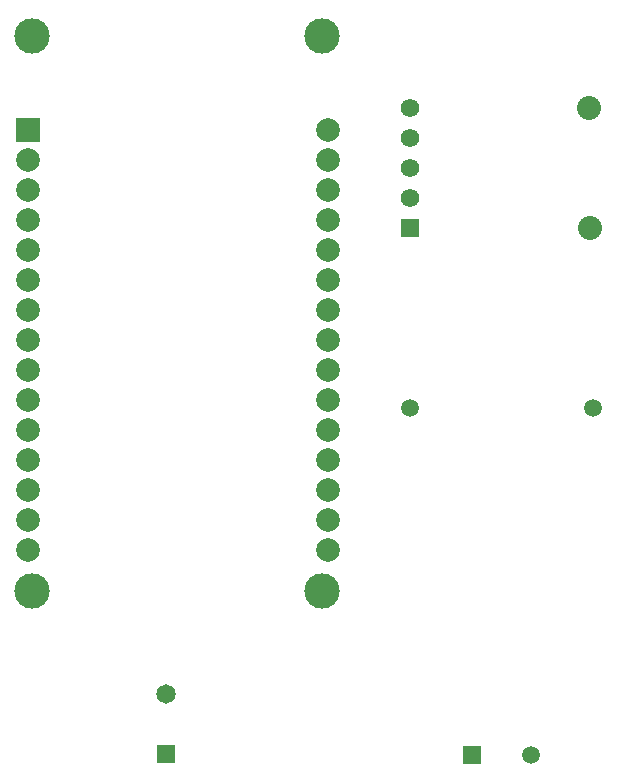
<source format=gbr>
%FSTAX23Y23*%
%MOIN*%
%SFA1B1*%

%IPPOS*%
%ADD12C,0.118110*%
%ADD13C,0.078740*%
%ADD14R,0.078740X0.078740*%
%ADD15C,0.080000*%
%ADD16R,0.062000X0.062000*%
%ADD17C,0.062000*%
%ADD18R,0.059370X0.059370*%
%ADD19C,0.059370*%
%ADD20R,0.064961X0.064961*%
%ADD21C,0.064961*%
G54D12*
X01256Y03719D03*
X02221D03*
Y0187D03*
X01256D03*
G54D13*
X0224Y02005D03*
Y02105D03*
Y02205D03*
Y02305D03*
Y02405D03*
Y02505D03*
Y02605D03*
Y02705D03*
Y02805D03*
Y02905D03*
Y03005D03*
Y03105D03*
Y03205D03*
Y03305D03*
Y03405D03*
X0124Y02005D03*
Y02105D03*
Y02205D03*
Y02305D03*
Y02405D03*
Y02505D03*
Y02605D03*
Y02705D03*
Y02805D03*
Y02905D03*
Y03005D03*
Y03105D03*
Y03205D03*
Y03305D03*
G54D14*
X0124Y03405D03*
G54D15*
X0311Y0348D03*
X03115Y0308D03*
G54D16*
X02515Y0308D03*
G54D17*
X02515Y0318D03*
Y0328D03*
Y0338D03*
Y0348D03*
G54D18*
X02721Y01321D03*
G54D19*
X02918Y01321D03*
X02516Y02478D03*
X03123D03*
G54D20*
X017Y01325D03*
G54D21*
X017Y01525D03*
M02*
</source>
